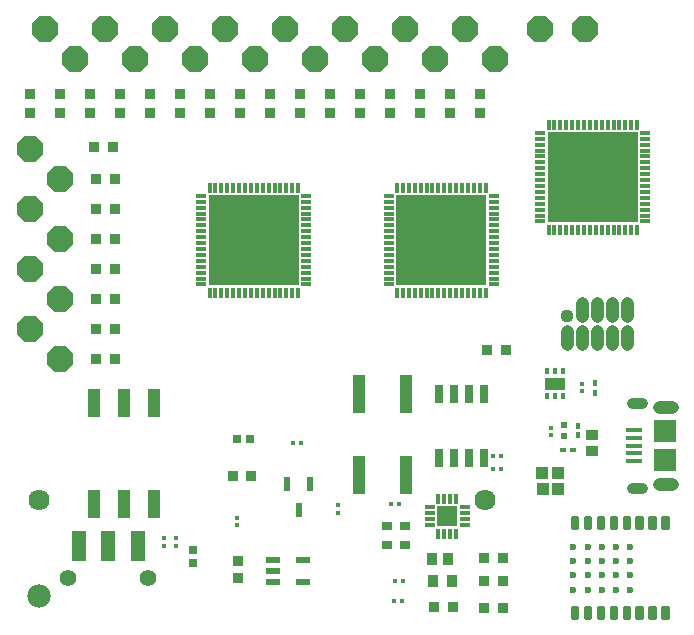
<source format=gbr>
G04 EAGLE Gerber RS-274X export*
G75*
%MOMM*%
%FSLAX34Y34*%
%LPD*%
%INSoldermask Top*%
%IPPOS*%
%AMOC8*
5,1,8,0,0,1.08239X$1,22.5*%
G01*
%ADD10R,0.460000X0.420000*%
%ADD11R,0.420000X0.460000*%
%ADD12R,0.620000X0.600000*%
%ADD13R,1.020000X0.870000*%
%ADD14R,0.870000X1.020000*%
%ADD15P,2.336880X8X22.500000*%
%ADD16R,0.350000X0.600000*%
%ADD17R,1.700000X1.100000*%
%ADD18R,0.850000X0.300000*%
%ADD19R,0.300000X0.850000*%
%ADD20R,7.700000X7.700000*%
%ADD21R,0.600000X1.200000*%
%ADD22C,1.110000*%
%ADD23C,1.110000*%
%ADD24R,0.700000X0.700000*%
%ADD25R,0.950000X0.950000*%
%ADD26R,0.950000X0.900000*%
%ADD27R,0.900000X0.950000*%
%ADD28R,0.625000X0.400000*%
%ADD29R,0.950000X1.000000*%
%ADD30R,0.400000X0.625000*%
%ADD31R,0.420000X0.440000*%
%ADD32R,1.100000X1.000000*%
%ADD33R,1.130000X2.440000*%
%ADD34R,1.000000X3.200000*%
%ADD35C,0.345000*%
%ADD36C,0.600000*%
%ADD37R,1.270000X0.558800*%
%ADD38R,0.304800X0.812800*%
%ADD39R,0.812800X0.304800*%
%ADD40R,1.701800X1.701800*%
%ADD41R,0.440000X0.420000*%
%ADD42R,1.200000X2.500000*%
%ADD43C,1.400000*%
%ADD44R,1.350000X0.400000*%
%ADD45R,1.900000X1.900000*%
%ADD46C,0.910000*%
%ADD47C,1.065000*%
%ADD48R,0.850000X0.650000*%
%ADD49C,1.785000*%
%ADD50C,1.980000*%
%ADD51R,0.650000X1.525000*%


D10*
X-265936Y117856D03*
X-259336Y117856D03*
D11*
X-104648Y213616D03*
X-104648Y220216D03*
X-131064Y176278D03*
X-131064Y182878D03*
D12*
X-119888Y184686D03*
X-119888Y175486D03*
D13*
X-96012Y176472D03*
X-96012Y162872D03*
D14*
X-231590Y71628D03*
X-217990Y71628D03*
D11*
X-396494Y100078D03*
X-396494Y106678D03*
D10*
X-179830Y147574D03*
X-173230Y147574D03*
D11*
X-311150Y110492D03*
X-311150Y117092D03*
D10*
X-179576Y159258D03*
X-172976Y159258D03*
X-342648Y169926D03*
X-349248Y169926D03*
D15*
X-177800Y495300D03*
X-203200Y520700D03*
X-431800Y495300D03*
X-457200Y520700D03*
X-482600Y495300D03*
X-508000Y520700D03*
X-533400Y495300D03*
X-558800Y520700D03*
X-571500Y419100D03*
X-546100Y393700D03*
X-571500Y368300D03*
X-546100Y342900D03*
X-228600Y495300D03*
X-571500Y317500D03*
X-546100Y292100D03*
X-571500Y266700D03*
X-546100Y241300D03*
X-254000Y520700D03*
X-279400Y495300D03*
X-304800Y520700D03*
X-330200Y495300D03*
X-355600Y520700D03*
X-381000Y495300D03*
X-406400Y520700D03*
D16*
X-133754Y209464D03*
X-127254Y209464D03*
X-120754Y209464D03*
X-120754Y230464D03*
X-127254Y230464D03*
X-133754Y230464D03*
D17*
X-127254Y219964D03*
D18*
X-426770Y379130D03*
X-426770Y374130D03*
X-426770Y369130D03*
X-426770Y364130D03*
X-426770Y359130D03*
X-426770Y354130D03*
X-426770Y349130D03*
X-426770Y344130D03*
X-426770Y339130D03*
X-426770Y334130D03*
X-426770Y329130D03*
X-426770Y324130D03*
X-426770Y319130D03*
X-426770Y314130D03*
X-426770Y309130D03*
X-426770Y304130D03*
D19*
X-419770Y297130D03*
X-414770Y297130D03*
X-409770Y297130D03*
X-404770Y297130D03*
X-399770Y297130D03*
X-394770Y297130D03*
X-389770Y297130D03*
X-384770Y297130D03*
X-379770Y297130D03*
X-374770Y297130D03*
X-369770Y297130D03*
X-364770Y297130D03*
X-359770Y297130D03*
X-354770Y297130D03*
X-349770Y297130D03*
X-344770Y297130D03*
D18*
X-337770Y304130D03*
X-337770Y309130D03*
X-337770Y314130D03*
X-337770Y319130D03*
X-337770Y324130D03*
X-337770Y329130D03*
X-337770Y334130D03*
X-337770Y339130D03*
X-337770Y344130D03*
X-337770Y349130D03*
X-337770Y354130D03*
X-337770Y359130D03*
X-337770Y364130D03*
X-337770Y369130D03*
X-337770Y374130D03*
X-337770Y379130D03*
D19*
X-344770Y386130D03*
X-349770Y386130D03*
X-354770Y386130D03*
X-359770Y386130D03*
X-364770Y386130D03*
X-369770Y386130D03*
X-374770Y386130D03*
X-379770Y386130D03*
X-384770Y386130D03*
X-389770Y386130D03*
X-394770Y386130D03*
X-399770Y386130D03*
X-404770Y386130D03*
X-409770Y386130D03*
X-414770Y386130D03*
X-419770Y386130D03*
D20*
X-382270Y341630D03*
D18*
X-139750Y432470D03*
X-139750Y427470D03*
X-139750Y422470D03*
X-139750Y417470D03*
X-139750Y412470D03*
X-139750Y407470D03*
X-139750Y402470D03*
X-139750Y397470D03*
X-139750Y392470D03*
X-139750Y387470D03*
X-139750Y382470D03*
X-139750Y377470D03*
X-139750Y372470D03*
X-139750Y367470D03*
X-139750Y362470D03*
X-139750Y357470D03*
D19*
X-132750Y350470D03*
X-127750Y350470D03*
X-122750Y350470D03*
X-117750Y350470D03*
X-112750Y350470D03*
X-107750Y350470D03*
X-102750Y350470D03*
X-97750Y350470D03*
X-92750Y350470D03*
X-87750Y350470D03*
X-82750Y350470D03*
X-77750Y350470D03*
X-72750Y350470D03*
X-67750Y350470D03*
X-62750Y350470D03*
X-57750Y350470D03*
D18*
X-50750Y357470D03*
X-50750Y362470D03*
X-50750Y367470D03*
X-50750Y372470D03*
X-50750Y377470D03*
X-50750Y382470D03*
X-50750Y387470D03*
X-50750Y392470D03*
X-50750Y397470D03*
X-50750Y402470D03*
X-50750Y407470D03*
X-50750Y412470D03*
X-50750Y417470D03*
X-50750Y422470D03*
X-50750Y427470D03*
X-50750Y432470D03*
D19*
X-57750Y439470D03*
X-62750Y439470D03*
X-67750Y439470D03*
X-72750Y439470D03*
X-77750Y439470D03*
X-82750Y439470D03*
X-87750Y439470D03*
X-92750Y439470D03*
X-97750Y439470D03*
X-102750Y439470D03*
X-107750Y439470D03*
X-112750Y439470D03*
X-117750Y439470D03*
X-122750Y439470D03*
X-127750Y439470D03*
X-132750Y439470D03*
D20*
X-95250Y394970D03*
D21*
X-334924Y135206D03*
X-353924Y135206D03*
X-344424Y113206D03*
D18*
X-268020Y379130D03*
X-268020Y374130D03*
X-268020Y369130D03*
X-268020Y364130D03*
X-268020Y359130D03*
X-268020Y354130D03*
X-268020Y349130D03*
X-268020Y344130D03*
X-268020Y339130D03*
X-268020Y334130D03*
X-268020Y329130D03*
X-268020Y324130D03*
X-268020Y319130D03*
X-268020Y314130D03*
X-268020Y309130D03*
X-268020Y304130D03*
D19*
X-261020Y297130D03*
X-256020Y297130D03*
X-251020Y297130D03*
X-246020Y297130D03*
X-241020Y297130D03*
X-236020Y297130D03*
X-231020Y297130D03*
X-226020Y297130D03*
X-221020Y297130D03*
X-216020Y297130D03*
X-211020Y297130D03*
X-206020Y297130D03*
X-201020Y297130D03*
X-196020Y297130D03*
X-191020Y297130D03*
X-186020Y297130D03*
D18*
X-179020Y304130D03*
X-179020Y309130D03*
X-179020Y314130D03*
X-179020Y319130D03*
X-179020Y324130D03*
X-179020Y329130D03*
X-179020Y334130D03*
X-179020Y339130D03*
X-179020Y344130D03*
X-179020Y349130D03*
X-179020Y354130D03*
X-179020Y359130D03*
X-179020Y364130D03*
X-179020Y369130D03*
X-179020Y374130D03*
X-179020Y379130D03*
D19*
X-186020Y386130D03*
X-191020Y386130D03*
X-196020Y386130D03*
X-201020Y386130D03*
X-206020Y386130D03*
X-211020Y386130D03*
X-216020Y386130D03*
X-221020Y386130D03*
X-226020Y386130D03*
X-231020Y386130D03*
X-236020Y386130D03*
X-241020Y386130D03*
X-246020Y386130D03*
X-251020Y386130D03*
X-256020Y386130D03*
X-261020Y386130D03*
D20*
X-223520Y341630D03*
D22*
X-66294Y264668D02*
X-66294Y253568D01*
X-66294Y277368D02*
X-66294Y288468D01*
X-78994Y264668D02*
X-78994Y253568D01*
X-78994Y277368D02*
X-78994Y288468D01*
X-91694Y264668D02*
X-91694Y253568D01*
X-91694Y277368D02*
X-91694Y288468D01*
X-104394Y264668D02*
X-104394Y253568D01*
X-104394Y277368D02*
X-104394Y288468D01*
X-117094Y264668D02*
X-117094Y253568D01*
D23*
X-117094Y277368D03*
D24*
X-434086Y79414D03*
X-434086Y68414D03*
D25*
X-395986Y55238D03*
X-395986Y70238D03*
D26*
X-190500Y465200D03*
X-190500Y449200D03*
X-215900Y465200D03*
X-215900Y449200D03*
X-241300Y465200D03*
X-241300Y449200D03*
X-266700Y465200D03*
X-266700Y449200D03*
X-292100Y465200D03*
X-292100Y449200D03*
X-317500Y465200D03*
X-317500Y449200D03*
X-342900Y465200D03*
X-342900Y449200D03*
X-368300Y465200D03*
X-368300Y449200D03*
X-393700Y465200D03*
X-393700Y449200D03*
X-419100Y465200D03*
X-419100Y449200D03*
X-444500Y465200D03*
X-444500Y449200D03*
X-469900Y465200D03*
X-469900Y449200D03*
X-495300Y465200D03*
X-495300Y449200D03*
X-520700Y465200D03*
X-520700Y449200D03*
X-546100Y465200D03*
X-546100Y449200D03*
X-571500Y465200D03*
X-571500Y449200D03*
D27*
X-516000Y241300D03*
X-500000Y241300D03*
X-517270Y420370D03*
X-501270Y420370D03*
X-516000Y393700D03*
X-500000Y393700D03*
X-516000Y368300D03*
X-500000Y368300D03*
X-516000Y342900D03*
X-500000Y342900D03*
X-516000Y317500D03*
X-500000Y317500D03*
X-516000Y292100D03*
X-500000Y292100D03*
X-516000Y266700D03*
X-500000Y266700D03*
X-184784Y248666D03*
X-168784Y248666D03*
D28*
X-120706Y163576D03*
X-112466Y163576D03*
D29*
X-214504Y52832D03*
X-230504Y52832D03*
D30*
X-93726Y212034D03*
X-93726Y220274D03*
X-108204Y184460D03*
X-108204Y176220D03*
D31*
X-458724Y82960D03*
X-458724Y89760D03*
X-448310Y82960D03*
X-448310Y89760D03*
D32*
X-125072Y144526D03*
X-138072Y144526D03*
X-124818Y131318D03*
X-137818Y131318D03*
D15*
X-139700Y520700D03*
D33*
X-517652Y117986D03*
X-492252Y117986D03*
X-466852Y117986D03*
X-466852Y204086D03*
X-492252Y204086D03*
X-517652Y204086D03*
D34*
X-293304Y143038D03*
X-253304Y143038D03*
X-253304Y211038D03*
X-293304Y211038D03*
D15*
X-101600Y520700D03*
D35*
X-31993Y106687D02*
X-31993Y98237D01*
X-35443Y98237D01*
X-35443Y106687D01*
X-31993Y106687D01*
X-31993Y101514D02*
X-35443Y101514D01*
X-35443Y104791D02*
X-31993Y104791D01*
X-46443Y106687D02*
X-46443Y98237D01*
X-46443Y106687D02*
X-42993Y106687D01*
X-42993Y98237D01*
X-46443Y98237D01*
X-46443Y101514D02*
X-42993Y101514D01*
X-42993Y104791D02*
X-46443Y104791D01*
X-57443Y106687D02*
X-57443Y98237D01*
X-57443Y106687D02*
X-53993Y106687D01*
X-53993Y98237D01*
X-57443Y98237D01*
X-57443Y101514D02*
X-53993Y101514D01*
X-53993Y104791D02*
X-57443Y104791D01*
X-68443Y106687D02*
X-68443Y98237D01*
X-68443Y106687D02*
X-64993Y106687D01*
X-64993Y98237D01*
X-68443Y98237D01*
X-68443Y101514D02*
X-64993Y101514D01*
X-64993Y104791D02*
X-68443Y104791D01*
X-79443Y106687D02*
X-79443Y98237D01*
X-79443Y106687D02*
X-75993Y106687D01*
X-75993Y98237D01*
X-79443Y98237D01*
X-79443Y101514D02*
X-75993Y101514D01*
X-75993Y104791D02*
X-79443Y104791D01*
X-90443Y106687D02*
X-90443Y98237D01*
X-90443Y106687D02*
X-86993Y106687D01*
X-86993Y98237D01*
X-90443Y98237D01*
X-90443Y101514D02*
X-86993Y101514D01*
X-86993Y104791D02*
X-90443Y104791D01*
X-101443Y106687D02*
X-101443Y98237D01*
X-101443Y106687D02*
X-97993Y106687D01*
X-97993Y98237D01*
X-101443Y98237D01*
X-101443Y101514D02*
X-97993Y101514D01*
X-97993Y104791D02*
X-101443Y104791D01*
X-112443Y106687D02*
X-112443Y98237D01*
X-112443Y106687D02*
X-108993Y106687D01*
X-108993Y98237D01*
X-112443Y98237D01*
X-112443Y101514D02*
X-108993Y101514D01*
X-108993Y104791D02*
X-112443Y104791D01*
X-112443Y30287D02*
X-112443Y21837D01*
X-112443Y30287D02*
X-108993Y30287D01*
X-108993Y21837D01*
X-112443Y21837D01*
X-112443Y25114D02*
X-108993Y25114D01*
X-108993Y28391D02*
X-112443Y28391D01*
X-101443Y30287D02*
X-101443Y21837D01*
X-101443Y30287D02*
X-97993Y30287D01*
X-97993Y21837D01*
X-101443Y21837D01*
X-101443Y25114D02*
X-97993Y25114D01*
X-97993Y28391D02*
X-101443Y28391D01*
X-90443Y30287D02*
X-90443Y21837D01*
X-90443Y30287D02*
X-86993Y30287D01*
X-86993Y21837D01*
X-90443Y21837D01*
X-90443Y25114D02*
X-86993Y25114D01*
X-86993Y28391D02*
X-90443Y28391D01*
X-79443Y30287D02*
X-79443Y21837D01*
X-79443Y30287D02*
X-75993Y30287D01*
X-75993Y21837D01*
X-79443Y21837D01*
X-79443Y25114D02*
X-75993Y25114D01*
X-75993Y28391D02*
X-79443Y28391D01*
X-68443Y30287D02*
X-68443Y21837D01*
X-68443Y30287D02*
X-64993Y30287D01*
X-64993Y21837D01*
X-68443Y21837D01*
X-68443Y25114D02*
X-64993Y25114D01*
X-64993Y28391D02*
X-68443Y28391D01*
X-57443Y30287D02*
X-57443Y21837D01*
X-57443Y30287D02*
X-53993Y30287D01*
X-53993Y21837D01*
X-57443Y21837D01*
X-57443Y25114D02*
X-53993Y25114D01*
X-53993Y28391D02*
X-57443Y28391D01*
X-46443Y30287D02*
X-46443Y21837D01*
X-46443Y30287D02*
X-42993Y30287D01*
X-42993Y21837D01*
X-46443Y21837D01*
X-46443Y25114D02*
X-42993Y25114D01*
X-42993Y28391D02*
X-46443Y28391D01*
X-35443Y30287D02*
X-35443Y21837D01*
X-35443Y30287D02*
X-31993Y30287D01*
X-31993Y21837D01*
X-35443Y21837D01*
X-35443Y25114D02*
X-31993Y25114D01*
X-31993Y28391D02*
X-35443Y28391D01*
D36*
X-111708Y81762D03*
X-111708Y69762D03*
X-111708Y57762D03*
X-111708Y45762D03*
X-99708Y81762D03*
X-99708Y69762D03*
X-99708Y57762D03*
X-99708Y45762D03*
X-87708Y81762D03*
X-87708Y69762D03*
X-87708Y57762D03*
X-87708Y45762D03*
X-75708Y81762D03*
X-75708Y69762D03*
X-75708Y57762D03*
X-75708Y45762D03*
X-63708Y81762D03*
X-63708Y69762D03*
X-63708Y57762D03*
X-63708Y45762D03*
D37*
X-366268Y71120D03*
X-366268Y61722D03*
X-366268Y52324D03*
X-340360Y52324D03*
X-340360Y71120D03*
D38*
X-210820Y122428D03*
X-215900Y122428D03*
X-220980Y122428D03*
X-226060Y122428D03*
D39*
X-233172Y115316D03*
X-233172Y110236D03*
X-233172Y105156D03*
X-233172Y100076D03*
D38*
X-226060Y92964D03*
X-220980Y92964D03*
X-215900Y92964D03*
X-210820Y92964D03*
D39*
X-203708Y100076D03*
X-203708Y105156D03*
X-203708Y110236D03*
X-203708Y115316D03*
D40*
X-218440Y107696D03*
D24*
X-396406Y173228D03*
X-385406Y173228D03*
D25*
X-399676Y142240D03*
X-384676Y142240D03*
D41*
X-262988Y53086D03*
X-256188Y53086D03*
X-263750Y35814D03*
X-256950Y35814D03*
D27*
X-229996Y30734D03*
X-213996Y30734D03*
X-187070Y30480D03*
X-171070Y30480D03*
X-187324Y53086D03*
X-171324Y53086D03*
X-171324Y72644D03*
X-187324Y72644D03*
D42*
X-530714Y82644D03*
X-505714Y82644D03*
X-480714Y82644D03*
D43*
X-539714Y55144D03*
X-471714Y55144D03*
D44*
X-60532Y180640D03*
D45*
X-33782Y155640D03*
X-33782Y179640D03*
D44*
X-60532Y154640D03*
X-60532Y161140D03*
X-60532Y167640D03*
X-60532Y174140D03*
D46*
X-62332Y131490D02*
X-53232Y131490D01*
X-53232Y203790D02*
X-62332Y203790D01*
D47*
X-39107Y200190D02*
X-28457Y200190D01*
X-28457Y135090D02*
X-39107Y135090D01*
D48*
X-269878Y99690D03*
X-269878Y83190D03*
X-254378Y83190D03*
X-254378Y99690D03*
D49*
X-564388Y121666D03*
X-186188Y121666D03*
D50*
X-564388Y40666D03*
D51*
X-225552Y157284D03*
X-212852Y157284D03*
X-200152Y157284D03*
X-187452Y157284D03*
X-187452Y211524D03*
X-200152Y211524D03*
X-212852Y211524D03*
X-225552Y211524D03*
M02*

</source>
